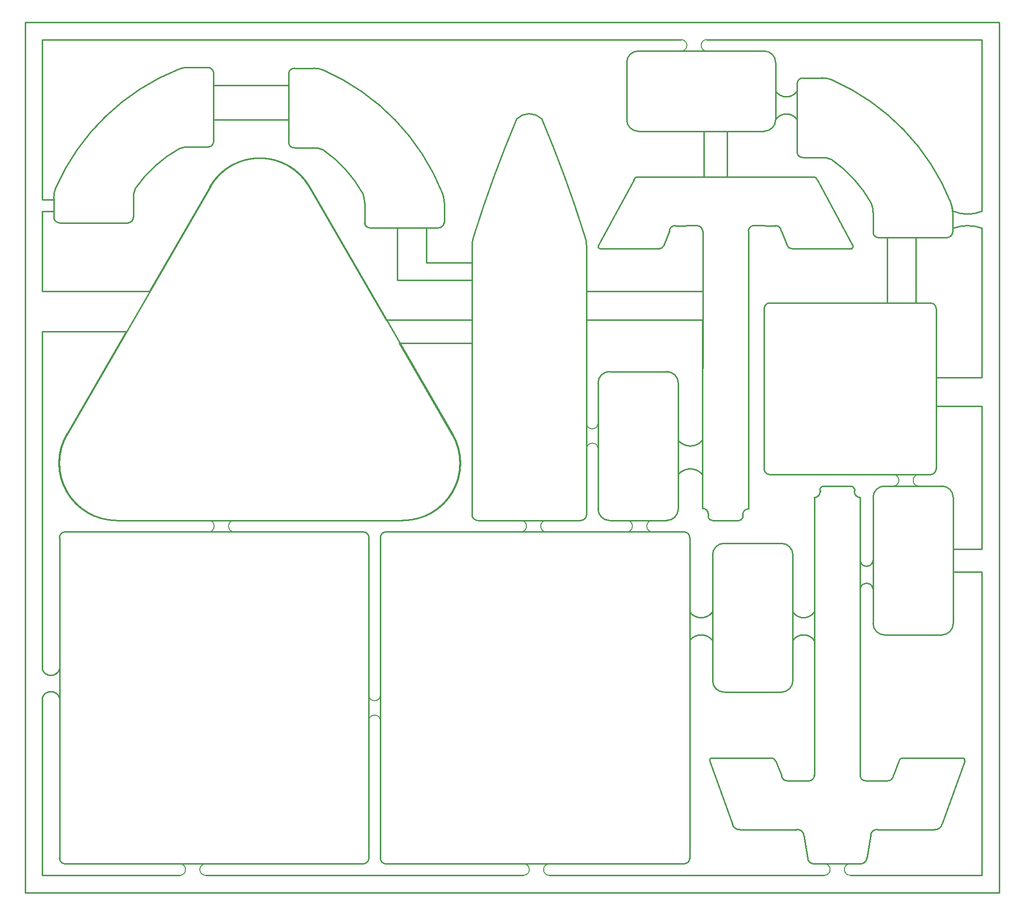
<source format=gko>
G04 Layer_Color=16711935*
%FSLAX44Y44*%
%MOMM*%
G71*
G01*
G75*
%ADD43C,0.2540*%
%ADD44C,0.2000*%
D43*
X60000Y630000D02*
G03*
X50000Y620000I0J-10000D01*
G01*
X590000D02*
G03*
X580000Y630000I-10000J0D01*
G01*
X50000Y60000D02*
G03*
X60000Y50000I10000J0D01*
G01*
X580000D02*
G03*
X590000Y60000I0J10000D01*
G01*
X620000Y630000D02*
G03*
X610000Y620000I0J-10000D01*
G01*
X1150000D02*
G03*
X1140000Y630000I-10000J0D01*
G01*
X610000Y60000D02*
G03*
X620000Y50000I10000J0D01*
G01*
X1140000D02*
G03*
X1150000Y60000I0J10000D01*
G01*
X1224433Y120000D02*
G03*
X1237500Y110000I11533J1533D01*
G01*
X1577500D02*
G03*
X1590567Y120000I1533J11533D01*
G01*
X1355833Y60000D02*
G03*
X1367500Y50000I10833J833D01*
G01*
X1447500D02*
G03*
X1459167Y60000I833J10833D01*
G01*
X1349167Y100000D02*
G03*
X1337500Y110000I-10833J-833D01*
G01*
X1477500D02*
G03*
X1465833Y100000I-833J-10833D01*
G01*
X1187500Y235000D02*
G03*
X1185200Y230000I1350J-3650D01*
G01*
X1299607D02*
G03*
X1292500Y235000I-6740J-2029D01*
G01*
X1310262Y205000D02*
G03*
X1320262Y195000I10000J0D01*
G01*
X1384500Y710000D02*
G03*
X1377392Y705000I-368J-7029D01*
G01*
X1367500Y690000D02*
G03*
X1377500Y700000I0J10000D01*
G01*
X1495522Y195000D02*
G03*
X1505522Y205000I0J10000D01*
G01*
X1447395Y205000D02*
G03*
X1457395Y195000I10000J0D01*
G01*
X1522500Y235000D02*
G03*
X1515392Y230000I-368J-7029D01*
G01*
X1629800D02*
G03*
X1627500Y235000I-3650J1350D01*
G01*
X1357589Y194830D02*
G03*
X1367589Y204830I0J10000D01*
G01*
X1437500Y700000D02*
G03*
X1447500Y690000I10000J0D01*
G01*
X1437607Y705000D02*
G03*
X1430500Y710000I-6740J-2029D01*
G01*
X770000Y660000D02*
G03*
X780000Y650000I10000J0D01*
G01*
X960000D02*
G03*
X970000Y660000I0J10000D01*
G01*
X773690Y1148347D02*
G03*
X770000Y1130000I51718J-19948D01*
G01*
X970000D02*
G03*
X966310Y1148347I-55409J-1601D01*
G01*
X891843Y1351485D02*
G03*
X848157Y1351485I-21843J-21843D01*
G01*
Y1351485D02*
G03*
X773690Y1148347I2057177J-869338D01*
G01*
X966310D02*
G03*
X891843Y1351485I-2131644J-666200D01*
G01*
X1190000Y370000D02*
G03*
X1210000Y350000I20000J0D01*
G01*
X1310000D02*
G03*
X1330000Y370000I0J20000D01*
G01*
X1210000Y610000D02*
G03*
X1190000Y590000I0J-20000D01*
G01*
X1330000D02*
G03*
X1310000Y610000I-20000J0D01*
G01*
X1470000Y470000D02*
G03*
X1490000Y450000I20000J0D01*
G01*
X1590000D02*
G03*
X1610000Y470000I0J20000D01*
G01*
X1490000Y710000D02*
G03*
X1470000Y690000I0J-20000D01*
G01*
X1610000D02*
G03*
X1590000Y710000I-20000J0D01*
G01*
X990000Y670000D02*
G03*
X1010000Y650000I20000J0D01*
G01*
X1110000D02*
G03*
X1130000Y670000I0J20000D01*
G01*
X1010000Y910000D02*
G03*
X990000Y890000I0J-20000D01*
G01*
X1130000D02*
G03*
X1110000Y910000I-20000J0D01*
G01*
X1060000Y1470000D02*
G03*
X1040000Y1450000I0J-20000D01*
G01*
Y1350000D02*
G03*
X1060000Y1330000I20000J0D01*
G01*
X1300000Y1450000D02*
G03*
X1280000Y1470000I-20000J0D01*
G01*
Y1330000D02*
G03*
X1300000Y1350000I0J20000D01*
G01*
X460000Y1440000D02*
G03*
X450000Y1430000I0J-10000D01*
G01*
Y1310000D02*
G03*
X460000Y1301000I9500J500D01*
G01*
X510000Y1297500D02*
G03*
X492500Y1301000I-16500J-37000D01*
G01*
X582500Y1205000D02*
G03*
X579541Y1220827I-44576J-144D01*
G01*
X579541D02*
G03*
X510000Y1297500I-199119J-110725D01*
G01*
X582500Y1170000D02*
G03*
X592500Y1161000I9500J500D01*
G01*
X710000D02*
G03*
X721468Y1170500I984J10484D01*
G01*
X511000Y1436500D02*
G03*
X493500Y1440000I-16500J-37000D01*
G01*
X721468Y1205500D02*
G03*
X718509Y1221327I-44576J-144D01*
G01*
X718509D02*
G03*
X511000Y1436500I-365681J-145011D01*
G01*
X40000Y1180000D02*
G03*
X50000Y1170000I10000J0D01*
G01*
X170000D02*
G03*
X179000Y1180000I-500J9500D01*
G01*
X182500Y1230000D02*
G03*
X179000Y1212500I37000J-16500D01*
G01*
X275000Y1302500D02*
G03*
X259173Y1299541I144J-44576D01*
G01*
Y1299541D02*
G03*
X182500Y1230000I110725J-199119D01*
G01*
X310000Y1302500D02*
G03*
X319000Y1312500I-500J9500D01*
G01*
Y1430000D02*
G03*
X309500Y1441468I-10484J984D01*
G01*
X43500Y1231000D02*
G03*
X40000Y1213500I37000J-16500D01*
G01*
X274500Y1441468D02*
G03*
X258673Y1438509I144J-44576D01*
G01*
Y1438509D02*
G03*
X43500Y1231000I145011J-365681D01*
G01*
X1347552Y1422989D02*
G03*
X1337552Y1412989I0J-10000D01*
G01*
Y1292989D02*
G03*
X1347552Y1283989I9500J500D01*
G01*
X1397552Y1280489D02*
G03*
X1380052Y1283989I-16500J-37000D01*
G01*
X1470052Y1187989D02*
G03*
X1467093Y1203817I-44576J-144D01*
G01*
X1467093D02*
G03*
X1397552Y1280489I-199119J-110725D01*
G01*
X1470052Y1152989D02*
G03*
X1480052Y1143989I9500J500D01*
G01*
X1597552D02*
G03*
X1609020Y1153489I984J10484D01*
G01*
X1398553Y1419489D02*
G03*
X1381053Y1422989I-16500J-37000D01*
G01*
X1608968Y1190500D02*
G03*
X1606061Y1204317I-44524J-2154D01*
G01*
X1606061D02*
G03*
X1398553Y1419489I-365681J-145011D01*
G01*
X1580000Y1020000D02*
G03*
X1570000Y1030000I-10000J0D01*
G01*
X1290000D02*
G03*
X1280000Y1020000I0J-10000D01*
G01*
Y740000D02*
G03*
X1290000Y730000I10000J0D01*
G01*
X1570000D02*
G03*
X1580000Y740000I0J10000D01*
G01*
X1262411Y1165170D02*
G03*
X1252411Y1155170I0J-10000D01*
G01*
X1372500Y1245000D02*
G03*
X1367500Y1250000I-7500J-2500D01*
G01*
X1057500D02*
G03*
X1052500Y1245000I2500J-7500D01*
G01*
X990200Y1130000D02*
G03*
X992500Y1125000I3650J-1350D01*
G01*
X1097500D02*
G03*
X1104607Y1130000I368J7029D01*
G01*
X1172605Y1155000D02*
G03*
X1162605Y1165000I-10000J0D01*
G01*
X1124478Y1165000D02*
G03*
X1114478Y1155000I0J-10000D01*
G01*
X1182393Y655000D02*
G03*
X1189500Y650000I6740J2029D01*
G01*
X1182500Y661000D02*
G03*
X1172500Y671000I-10000J0D01*
G01*
X1252500Y670000D02*
G03*
X1242500Y660000I0J-10000D01*
G01*
X1235500Y650000D02*
G03*
X1242607Y655000I368J7029D01*
G01*
X1309738Y1155000D02*
G03*
X1299738Y1165000I-10000J0D01*
G01*
X1320392Y1130000D02*
G03*
X1327500Y1125000I6740J2029D01*
G01*
X1432500D02*
G03*
X1434800Y1130000I-1350J3650D01*
G01*
X485603Y1233013D02*
G03*
X312397Y1233013I-86602J-50000D01*
G01*
X649000Y650000D02*
G03*
X735603Y800000I0J100000D01*
G01*
X62397D02*
G03*
X149000Y650000I86602J-50000D01*
G01*
X20000Y390000D02*
G03*
X50000Y390000I15000J5000D01*
G01*
Y340000D02*
G03*
X20000Y340000I-15000J-5000D01*
G01*
X1367501Y440000D02*
G03*
X1330000Y440000I-18750J-12501D01*
G01*
X1330000Y490000D02*
G03*
X1367501Y490000I18750J12501D01*
G01*
X1447561Y580000D02*
G03*
X1470000Y580000I11220J1220D01*
G01*
Y530000D02*
G03*
X1447561Y530000I-11220J-1220D01*
G01*
X1150000Y490000D02*
G03*
X1190000Y490000I20000J15000D01*
G01*
Y440000D02*
G03*
X1150000Y440000I-20000J-15000D01*
G01*
X1130000Y790000D02*
G03*
X1172443Y790000I21222J17443D01*
G01*
X1172417Y730000D02*
G03*
X1129973Y730000I-21222J-17443D01*
G01*
X1300000Y1400000D02*
G03*
X1337552Y1400000I18776J12552D01*
G01*
Y1350000D02*
G03*
X1300000Y1350000I-18776J-12552D01*
G01*
X1609014Y1190502D02*
G03*
X1660000Y1190000I26077J59043D01*
G01*
X1660007Y1160502D02*
G03*
X1609020Y1160000I-24842J-66351D01*
G01*
X-10000Y0D02*
Y1520000D01*
Y0D02*
X1690000D01*
Y1520000D01*
X-10000D02*
X1690000D01*
X1237500Y110000D02*
X1337500Y110000D01*
X1185200Y230000D02*
X1224433Y120000D01*
X1590567D02*
X1629800Y230000D01*
X1477500Y110000D02*
X1577500Y110000D01*
X1349167Y100000D02*
X1355833Y60000D01*
X1459167D02*
X1465833Y100000D01*
X1187500Y235000D02*
X1292500Y235000D01*
X1299607Y230000D02*
X1310262Y205000D01*
X1320262Y194998D02*
X1357590Y194916D01*
X1457395Y194916D02*
X1495522Y195000D01*
X1522500Y235000D02*
X1627500Y235000D01*
X1384500Y710000D02*
X1430500D01*
X1377392Y705000D02*
X1377500Y700000D01*
X1505500Y205000D02*
X1515392Y230000D01*
X1437505Y700215D02*
X1437607Y705000D01*
X1210000Y350000D02*
X1310000D01*
X1210000Y610000D02*
X1310000D01*
X1490000Y450000D02*
X1590000D01*
X1010000Y910000D02*
X1110000D01*
X1040000Y1350000D02*
Y1450000D01*
X460000Y1301000D02*
X492500D01*
X582500Y1170000D02*
Y1205000D01*
X460000Y1440000D02*
X493500D01*
X721468Y1170500D02*
Y1205500D01*
X50000Y1170000D02*
X170000D01*
X179000Y1180000D02*
Y1212500D01*
X275000Y1302500D02*
X310000D01*
X274500Y1441468D02*
X309500D01*
X1347552Y1283989D02*
X1380052D01*
X1470052Y1152989D02*
Y1187989D01*
X1347552Y1422989D02*
X1381053D01*
X1280000Y740000D02*
Y1020000D01*
X1104607Y1130000D02*
X1114500Y1155000D01*
X1242500Y660000D02*
X1242607Y655000D01*
X1372500Y1245000D02*
X1434800Y1130000D01*
X990200D02*
X1052500Y1245000D01*
X1189500Y650000D02*
X1235500D01*
X992500Y1125000D02*
X1097500Y1125000D01*
X1124478Y1165000D02*
X1162605Y1165084D01*
X1182393Y655000D02*
X1182457Y661001D01*
X1262410Y1165084D02*
X1299738Y1165002D01*
X1309738Y1155000D02*
X1320392Y1130000D01*
X1327500Y1125000D02*
X1432500Y1125000D01*
X1252395Y1155170D02*
X1252610Y670000D01*
X1495000Y1030000D02*
Y1143989D01*
X1545000Y1030000D02*
Y1143989D01*
X1175000Y1250000D02*
Y1330000D01*
X1215000Y1250000D02*
Y1330000D01*
X319000Y1410000D02*
X450000D01*
X319000Y1350000D02*
X450000D01*
X640000Y1070000D02*
Y1161000D01*
Y1070000D02*
X770000D01*
X690000Y1100000D02*
Y1161000D01*
Y1100000D02*
X770000D01*
X970000Y1050000D02*
X1172559D01*
X970000Y1000000D02*
X1172536D01*
X1610000Y600000D02*
X1660000D01*
X1610000Y560000D02*
X1660000D01*
X20000Y1050000D02*
X206735D01*
X20000Y980000D02*
X166320D01*
X620000Y1000000D02*
X770000D01*
X643226Y960000D02*
X770000D01*
X20000Y390000D02*
Y980000D01*
X50000Y390000D02*
Y620000D01*
X60000Y630000D02*
X310000Y630000D01*
X149000Y650000D02*
X310000D01*
X355000Y630000D02*
X580000Y630000D01*
X355000Y650000D02*
X649000D01*
X590000Y345000D02*
Y620000D01*
Y300000D02*
X590000Y60000D01*
X305000Y50000D02*
X580000D01*
X60000D02*
X260000D01*
X50000Y60000D02*
Y340000D01*
X20000Y30000D02*
Y340000D01*
Y30000D02*
X260000D01*
X305000D02*
X860000D01*
X610000Y60000D02*
Y300000D01*
Y345000D02*
Y620000D01*
X905000Y30000D02*
X1385000D01*
X905000Y50000D02*
X1140000D01*
X620000D02*
X860000D01*
X620000Y630000D02*
X855000D01*
X900000Y650000D02*
X960000D01*
X900000Y630000D02*
X1040000Y630000D01*
X1085000Y650000D02*
X1110000D01*
X1010000Y650000D02*
X1040000Y650000D01*
X1085000Y630000D02*
X1140000Y630000D01*
X1129973Y730000D02*
X1130000Y670000D01*
Y790000D02*
X1130000Y890000D01*
X990000Y820000D02*
Y890000D01*
X970000Y820000D02*
Y1000000D01*
Y775000D02*
X970000Y660000D01*
X990000Y670000D02*
Y775000D01*
X970000Y1050000D02*
X970000Y1130000D01*
X780000Y650000D02*
X855000Y650000D01*
X770000Y660000D02*
Y960000D01*
Y1000000D02*
Y1070000D01*
Y1100000D02*
Y1130000D01*
X643226Y960000D02*
X735603Y800000D01*
X485603Y1233013D02*
X620000Y1000000D01*
X592500Y1160988D02*
X640000Y1161000D01*
X690000D02*
X710000Y1160988D01*
X450000Y1410000D02*
Y1429988D01*
Y1310000D02*
Y1350000D01*
X319000Y1410000D02*
Y1430000D01*
Y1312500D02*
Y1350000D01*
X62397Y800000D02*
X166320Y980000D01*
X206735Y1050000D02*
X312397Y1233013D01*
X20000Y1210000D02*
X40000D01*
X20000Y1190000D02*
X40000D01*
X20000Y1210000D02*
Y1490000D01*
Y1050000D02*
Y1190000D01*
X40000Y1180000D02*
Y1190000D01*
Y1210000D02*
X40012Y1213500D01*
X1172559Y1050000D02*
X1172605Y1155000D01*
X1172443Y790000D02*
X1172536Y1000000D01*
X1172417Y730000D02*
X1172500Y671000D01*
X1580000Y900000D02*
X1660000D01*
X1580000Y850000D02*
X1660000D01*
X1580000Y900000D02*
X1580000Y1020000D01*
X1580000Y850000D02*
X1580000Y740000D01*
X1660000Y900000D02*
X1660007Y1160502D01*
X1660000Y1190000D02*
Y1490000D01*
Y600000D02*
Y850000D01*
Y30000D02*
Y560000D01*
X1430000Y30000D02*
X1660000D01*
X1430000Y50000D02*
X1447500Y50000D01*
X1367500D02*
X1385000Y50000D01*
X1610000Y560000D02*
X1610000Y470000D01*
X1610000Y600000D02*
Y690000D01*
X1470000Y580000D02*
Y690000D01*
Y470000D02*
Y530000D01*
X1447500Y690000D02*
X1447561Y580000D01*
X1550000Y710000D02*
X1590000Y710000D01*
X1490000D02*
X1505000Y710000D01*
X1290000Y730000D02*
X1505000D01*
X1550000D02*
X1570000D01*
X1447395Y205000D02*
X1447561Y530000D01*
X1367501Y440000D02*
X1367589Y204830D01*
X1367500Y690000D02*
X1367501Y490000D01*
X1330000D02*
Y590000D01*
X1330000Y440000D02*
X1330000Y370000D01*
X1190000D02*
Y440000D01*
Y490000D02*
Y590000D01*
X1150000Y490000D02*
Y620000D01*
Y60000D02*
Y440000D01*
X1480052Y1143989D02*
X1495000D01*
X1545000D02*
X1597552Y1143977D01*
X1545000Y1030000D02*
X1570000D01*
X1290000D02*
X1495000D01*
X1609020Y1153477D02*
Y1160000D01*
X1337552Y1292989D02*
Y1350000D01*
Y1400000D02*
Y1412977D01*
X1300000Y1400000D02*
Y1450000D01*
X1215000Y1330000D02*
X1280000Y1330000D01*
X1060000D02*
X1175000Y1330000D01*
X1180000Y1470000D02*
X1280000Y1470000D01*
X1060000D02*
X1135000Y1470000D01*
X1180000Y1490000D02*
X1660000D01*
X20000D02*
X1135000D01*
X1057542Y1250010D02*
X1175000Y1250000D01*
X1215000D02*
X1367500Y1250000D01*
X580000Y50000D02*
G03*
X590000Y60000I0J10000D01*
G01*
X50000D02*
G03*
X60000Y50000I10000J0D01*
G01*
X590000Y620000D02*
G03*
X580000Y630000I-10000J0D01*
G01*
X60000D02*
G03*
X50000Y620000I0J-10000D01*
G01*
X60000Y50000D02*
X580000D01*
X590000Y60000D02*
Y620000D01*
X50000Y60000D02*
Y620000D01*
X60000Y630000D02*
X580000D01*
X486603Y1233013D02*
G03*
X313398Y1233013I-86602J-50000D01*
G01*
X650000Y650000D02*
G03*
X736603Y800000I0J100000D01*
G01*
X63397D02*
G03*
X150000Y650000I86602J-50000D01*
G01*
X486603Y1233013D02*
X736603Y800000D01*
X63397D02*
X313398Y1233013D01*
X150000Y650000D02*
X650000D01*
X770000Y660000D02*
G03*
X780000Y650000I10000J0D01*
G01*
X960000D02*
G03*
X970000Y660000I0J10000D01*
G01*
X773690Y1148347D02*
G03*
X770000Y1130000I51718J-19948D01*
G01*
X970000D02*
G03*
X966310Y1148347I-55409J-1601D01*
G01*
X891843Y1351485D02*
G03*
X848157Y1351485I-21843J-21843D01*
G01*
Y1351485D02*
G03*
X773690Y1148347I2057177J-869338D01*
G01*
X966310D02*
G03*
X891843Y1351485I-2131644J-666200D01*
G01*
X770000Y660000D02*
Y1130000D01*
X780000Y650000D02*
X960000D01*
X970000Y660000D02*
Y1130000D01*
X1437566Y704990D02*
G03*
X1430458Y709990I-6740J-2029D01*
G01*
X1437458Y699990D02*
G03*
X1447458Y689990I10000J0D01*
G01*
X1357548Y194821D02*
G03*
X1367548Y204821I0J10000D01*
G01*
X1629758Y229990D02*
G03*
X1627458Y234990I-3650J1350D01*
G01*
X1522458Y234990D02*
G03*
X1515351Y229990I-368J-7029D01*
G01*
X1447353Y204990D02*
G03*
X1457353Y194990I10000J0D01*
G01*
X1495480Y194990D02*
G03*
X1505480Y204990I0J10000D01*
G01*
X1367458Y689990D02*
G03*
X1377458Y699990I0J10000D01*
G01*
X1384458Y709990D02*
G03*
X1377351Y704990I-368J-7029D01*
G01*
X1310220Y204990D02*
G03*
X1320220Y194990I10000J0D01*
G01*
X1299566Y229990D02*
G03*
X1292458Y234990I-6740J-2029D01*
G01*
X1187458Y234990D02*
G03*
X1185158Y229990I1350J-3650D01*
G01*
X1477458Y109990D02*
G03*
X1465792Y99990I-833J-10833D01*
G01*
X1349125D02*
G03*
X1337458Y109990I-10833J-833D01*
G01*
X1447458Y49990D02*
G03*
X1459125Y59990I833J10833D01*
G01*
X1355792D02*
G03*
X1367458Y49990I10833J833D01*
G01*
X1577458Y109990D02*
G03*
X1590525Y119990I1533J11533D01*
G01*
X1224392D02*
G03*
X1237458Y109990I11533J1533D01*
G01*
X1437566Y704990D02*
X1437463Y700205D01*
X1515351Y229990D02*
X1505458Y204990D01*
X1377458Y699990D02*
X1377351Y704990D01*
X1430458Y709990D02*
X1384458D01*
X1627458Y234990D02*
X1522458Y234990D01*
X1495480Y194990D02*
X1457353Y194906D01*
X1447568Y689990D02*
X1447353Y204990D01*
X1367563Y204821D02*
X1367349Y689990D01*
X1357548Y194906D02*
X1320220Y194989D01*
X1310220Y204990D02*
X1299566Y229990D01*
X1292458Y234990D02*
X1187458Y234990D01*
X1447458Y49990D02*
X1367458Y49990D01*
X1465792Y99990D02*
X1459125Y59990D01*
X1355792D02*
X1349125Y99990D01*
X1577458Y109990D02*
X1477458Y109990D01*
X1629758Y229990D02*
X1590525Y119990D01*
X1224392D02*
X1185158Y229990D01*
X1337458Y109990D02*
X1237458Y109990D01*
X1580000Y1020000D02*
G03*
X1570000Y1030000I-10000J0D01*
G01*
X1290000D02*
G03*
X1280000Y1020000I0J-10000D01*
G01*
Y740000D02*
G03*
X1290000Y730000I10000J0D01*
G01*
X1570000D02*
G03*
X1580000Y740000I0J10000D01*
G01*
X1290000Y730000D02*
X1570000D01*
X1290000Y1030000D02*
X1570000D01*
X1580000Y740000D02*
Y1020000D01*
X1280000Y740000D02*
Y1020000D01*
X1140000Y50000D02*
G03*
X1150000Y60000I0J10000D01*
G01*
X610000D02*
G03*
X620000Y50000I10000J0D01*
G01*
X1150000Y620000D02*
G03*
X1140000Y630000I-10000J0D01*
G01*
X620000D02*
G03*
X610000Y620000I0J-10000D01*
G01*
X620000Y50000D02*
X1140000D01*
X1150000Y60000D02*
Y620000D01*
X610000Y60000D02*
Y620000D01*
X620000Y630000D02*
X1140000D01*
X1470000Y470000D02*
G03*
X1490000Y450000I20000J0D01*
G01*
X1590000D02*
G03*
X1610000Y470000I0J20000D01*
G01*
X1490000Y710000D02*
G03*
X1470000Y690000I0J-20000D01*
G01*
X1610000D02*
G03*
X1590000Y710000I-20000J0D01*
G01*
X1470000Y690000D02*
Y470000D01*
X1490000Y450000D02*
X1590000D01*
X1610000Y690000D02*
Y470000D01*
X1490000Y710000D02*
X1590000D01*
X1190000Y370000D02*
G03*
X1210000Y350000I20000J0D01*
G01*
X1310000D02*
G03*
X1330000Y370000I0J20000D01*
G01*
X1210000Y610000D02*
G03*
X1190000Y590000I0J-20000D01*
G01*
X1330000D02*
G03*
X1310000Y610000I-20000J0D01*
G01*
X1190000Y590000D02*
Y370000D01*
X1210000Y350000D02*
X1310000D01*
X1330000Y590000D02*
Y370000D01*
X1210000Y610000D02*
X1310000D01*
X1130000Y890000D02*
G03*
X1110000Y910000I-20000J0D01*
G01*
X1010000D02*
G03*
X990000Y890000I0J-20000D01*
G01*
X1110000Y650000D02*
G03*
X1130000Y670000I0J20000D01*
G01*
X990000D02*
G03*
X1010000Y650000I20000J0D01*
G01*
X1130000Y670000D02*
Y890000D01*
X1110000Y910000D02*
X1010000D01*
X990000Y670000D02*
Y890000D01*
X1110000Y650000D02*
X1010000D01*
X1060000Y1470000D02*
G03*
X1040000Y1450000I0J-20000D01*
G01*
Y1350000D02*
G03*
X1060000Y1330000I20000J0D01*
G01*
X1300000Y1450000D02*
G03*
X1280000Y1470000I-20000J0D01*
G01*
Y1330000D02*
G03*
X1300000Y1350000I0J20000D01*
G01*
X1280000Y1470000D02*
X1060000D01*
X1040000Y1450000D02*
Y1350000D01*
X1280000Y1330000D02*
X1060000D01*
X1300000Y1450000D02*
Y1350000D01*
X40012Y1180000D02*
G03*
X50012Y1170000I10000J0D01*
G01*
X170012D02*
G03*
X179012Y1180000I-500J9500D01*
G01*
X182512Y1230000D02*
G03*
X179012Y1212500I37000J-16500D01*
G01*
X275012Y1302500D02*
G03*
X259185Y1299541I144J-44576D01*
G01*
Y1299541D02*
G03*
X182512Y1230000I110725J-199119D01*
G01*
X310012Y1302500D02*
G03*
X319012Y1312500I-500J9500D01*
G01*
Y1430000D02*
G03*
X309512Y1441468I-10484J984D01*
G01*
X43512Y1231000D02*
G03*
X40012Y1213500I37000J-16500D01*
G01*
X274512Y1441468D02*
G03*
X258685Y1438509I144J-44576D01*
G01*
Y1438509D02*
G03*
X43512Y1231000I145011J-365681D01*
G01*
X50012Y1170000D02*
X170012D01*
X179012Y1180000D02*
Y1212500D01*
X275012Y1302500D02*
X310012D01*
X319012Y1312500D02*
Y1430000D01*
X40012Y1180000D02*
Y1213500D01*
X274512Y1441468D02*
X309512D01*
X460000Y1439988D02*
G03*
X450000Y1429988I0J-10000D01*
G01*
Y1309988D02*
G03*
X460000Y1300988I9500J500D01*
G01*
X510000Y1297488D02*
G03*
X492500Y1300988I-16500J-37000D01*
G01*
X582500Y1204988D02*
G03*
X579541Y1220815I-44576J-144D01*
G01*
X579541D02*
G03*
X510000Y1297488I-199119J-110725D01*
G01*
X582500Y1169988D02*
G03*
X592500Y1160988I9500J500D01*
G01*
X710000D02*
G03*
X721468Y1170488I984J10484D01*
G01*
X511000Y1436488D02*
G03*
X493500Y1439988I-16500J-37000D01*
G01*
X721468Y1205488D02*
G03*
X718509Y1221315I-44576J-144D01*
G01*
X718509D02*
G03*
X511000Y1436488I-365681J-145011D01*
G01*
X450000Y1429988D02*
Y1309988D01*
X460000Y1300988D02*
X492500D01*
X582500Y1204988D02*
Y1169988D01*
X592500Y1160988D02*
X710000D01*
X460000Y1439988D02*
X493500D01*
X721468Y1205488D02*
Y1170488D01*
X1347552Y1422977D02*
G03*
X1337552Y1412977I0J-10000D01*
G01*
Y1292977D02*
G03*
X1347552Y1283977I9500J500D01*
G01*
X1397552Y1280477D02*
G03*
X1380052Y1283977I-16500J-37000D01*
G01*
X1470052Y1187977D02*
G03*
X1467093Y1203804I-44576J-144D01*
G01*
X1467093D02*
G03*
X1397552Y1280477I-199119J-110725D01*
G01*
X1470052Y1152977D02*
G03*
X1480052Y1143977I9500J500D01*
G01*
X1597552D02*
G03*
X1609020Y1153477I984J10484D01*
G01*
X1398553Y1419477D02*
G03*
X1381053Y1422977I-16500J-37000D01*
G01*
X1609020Y1188477D02*
G03*
X1606061Y1204305I-44576J-144D01*
G01*
X1606061D02*
G03*
X1398553Y1419477I-365681J-145011D01*
G01*
X1337552Y1412977D02*
Y1292977D01*
X1347552Y1283977D02*
X1380052D01*
X1470052Y1187977D02*
Y1152977D01*
X1480052Y1143977D02*
X1597552D01*
X1347552Y1422977D02*
X1381053D01*
X1609020Y1188477D02*
Y1153477D01*
X1262452Y1165179D02*
G03*
X1252452Y1155179I0J-10000D01*
G01*
X1372542Y1245010D02*
G03*
X1367542Y1250010I-7500J-2500D01*
G01*
X1057542D02*
G03*
X1052542Y1245010I2500J-7500D01*
G01*
X990242Y1130010D02*
G03*
X992542Y1125010I3650J-1350D01*
G01*
X1097542D02*
G03*
X1104649Y1130010I368J7029D01*
G01*
X1172647Y1155010D02*
G03*
X1162647Y1165010I-10000J0D01*
G01*
X1124520Y1165010D02*
G03*
X1114520Y1155010I0J-10000D01*
G01*
X1182434Y655010D02*
G03*
X1189542Y650010I6740J2029D01*
G01*
X1182542Y661010D02*
G03*
X1172542Y671010I-10000J0D01*
G01*
X1252542Y670010D02*
G03*
X1242542Y660010I0J-10000D01*
G01*
X1235542Y650010D02*
G03*
X1242649Y655010I368J7029D01*
G01*
X1309780Y1155010D02*
G03*
X1299780Y1165010I-10000J0D01*
G01*
X1320434Y1130010D02*
G03*
X1327542Y1125010I6740J2029D01*
G01*
X1432542D02*
G03*
X1434842Y1130010I-1350J3650D01*
G01*
X1104649D02*
X1114542Y1155010D01*
X1242542Y660010D02*
X1242649Y655010D01*
X1057542Y1250010D02*
X1367542D01*
X1372542Y1245010D02*
X1434842Y1130010D01*
X990242D02*
X1052542Y1245010D01*
X1189542Y650010D02*
X1235542D01*
X992542Y1125010D02*
X1097542Y1125010D01*
X1124520Y1165010D02*
X1162647Y1165094D01*
X1182434Y655010D02*
X1182499Y661010D01*
X1262452Y1165094D02*
X1299780Y1165011D01*
X1309780Y1155010D02*
X1320434Y1130010D01*
X1327542Y1125010D02*
X1432542Y1125010D01*
X1252436Y1155179D02*
X1252651Y670010D01*
X1172432Y671010D02*
X1172647Y1155010D01*
D44*
X305000Y50000D02*
G03*
X305000Y30000I0J-10000D01*
G01*
X260000D02*
G03*
X260000Y50000I0J10000D01*
G01*
X905000D02*
G03*
X905000Y30000I0J-10000D01*
G01*
X860000D02*
G03*
X860000Y50000I0J10000D01*
G01*
X590000Y345000D02*
G03*
X610000Y345000I10000J0D01*
G01*
Y300000D02*
G03*
X590000Y300000I-10000J0D01*
G01*
X855000Y630000D02*
G03*
X855000Y650000I0J10000D01*
G01*
X900000D02*
G03*
X900000Y630000I0J-10000D01*
G01*
X990000Y775000D02*
G03*
X970000Y775000I-10000J0D01*
G01*
Y820000D02*
G03*
X990000Y820000I10000J0D01*
G01*
X1085000Y650000D02*
G03*
X1085000Y630000I0J-10000D01*
G01*
X1040000D02*
G03*
X1040000Y650000I0J10000D01*
G01*
X355000D02*
G03*
X355000Y630000I0J-10000D01*
G01*
X310000D02*
G03*
X310000Y650000I0J10000D01*
G01*
X1385000Y30000D02*
G03*
X1385000Y50000I0J10000D01*
G01*
X1430000D02*
G03*
X1430000Y30000I0J-10000D01*
G01*
X1505000Y710000D02*
G03*
X1505000Y730000I0J10000D01*
G01*
X1550000D02*
G03*
X1550000Y710000I0J-10000D01*
G01*
X1135000Y1470000D02*
G03*
X1135000Y1490000I0J10000D01*
G01*
X1180000D02*
G03*
X1180000Y1470000I0J-10000D01*
G01*
M02*

</source>
